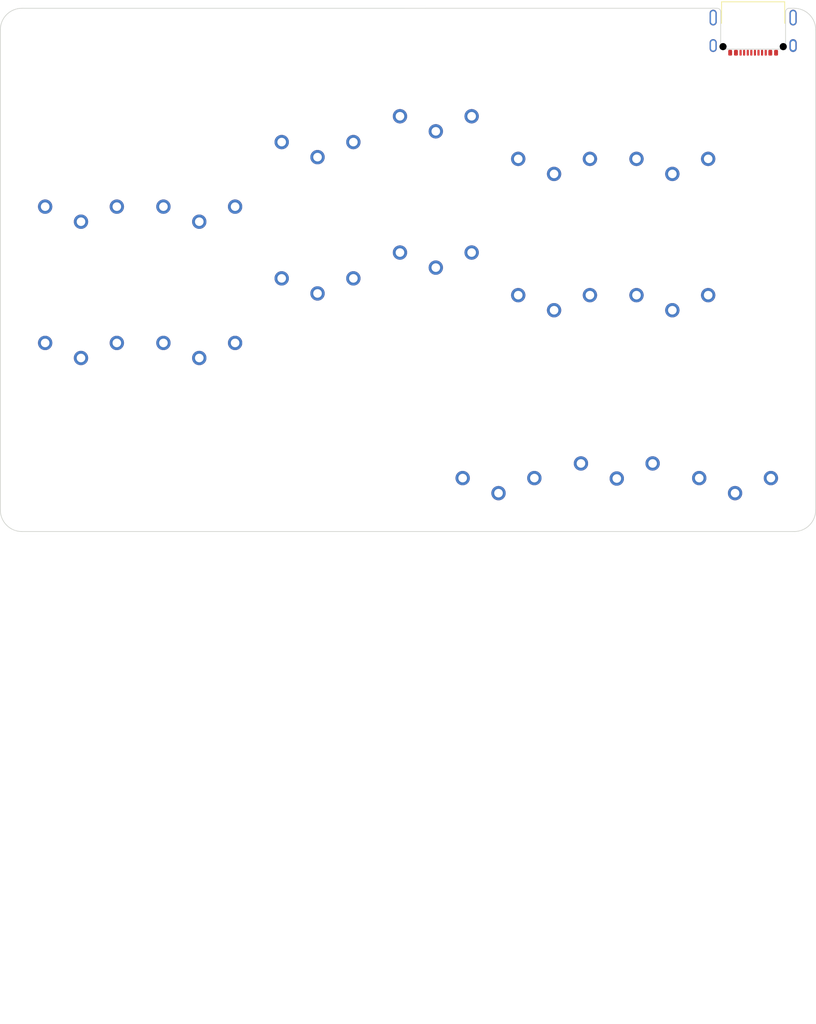
<source format=kicad_pcb>
(kicad_pcb (version 20211014) (generator pcbnew)
  (title_block (title "cockatiel") (date "2021-04-17") (rev "version") (company "avery"))
  (layers (0 "F.Cu" signal "L1 [TOP]") (1 "In1.Cu" signal "L2") (2 "In2.Cu" signal "L3") (31 "B.Cu" signal "L4 [BOT]") (34 "B.Paste" user "Bottom Paste") (35 "F.Paste" user "Top Paste") (36 "B.SilkS" user "Silkscreen [BOT]") (37 "F.SilkS" user "Silkscreen [TOP]") (38 "B.Mask" user "Soldermask [BOT]") (39 "F.Mask" user "Soldermask [TOP]") (44 "Edge.Cuts" user))
  (net 0 "")
  (net 1 "VBUS")
  (net 2 "GND")
  (net 3 "Net-(J1-PadA5)")
  (net 4 "/USB+")
  (net 5 "/USB-")
  (net 6 "Net-(J1-PadB5)")
  (footprint "pg1350:pg1350-RS" (layer "F.Cu") (at 132.5 95.35 180)
    (fp_text reference "S5" hide)
    (fp_text value "")
    (pad "" np_thru_hole circle (at -5.5 0 180) (size 1.7 1.7) (drill 1.7) (layers *.Cu *.Mask))
    (pad "" np_thru_hole circle (at 5.5 0 180) (size 1.7 1.7) (drill 1.7) (layers *.Cu *.Mask))
    (pad "" np_thru_hole circle (at 0 0 180) (size 3.4 3.4) (drill 3.4) (layers *.Cu *.Mask))
    (pad "1" thru_hole circle (at 0 -5.9 180) (size 2 2) (drill 1.2) (layers *.Cu *.Mask))
    (pad "2" thru_hole circle (at -5 -3.8 180) (size 2 2) (drill 1.2) (layers *.Cu "F.Mask"))
    (pad "2" thru_hole circle (at 5 -3.8 180) (size 2 2) (drill 1.2) (layers *.Cu "B.Mask"))
  )
  (footprint "pg1350:pg1350-RS" (layer "F.Cu") (at 99.5 104.35 180)
    (fp_text reference "S1" hide)
    (fp_text value "")
    (pad "" np_thru_hole circle (at 0 0 180) (size 3.4 3.4) (drill 3.4) (layers *.Cu *.Mask))
    (pad "" np_thru_hole circle (at -5.5 0 180) (size 1.7 1.7) (drill 1.7) (layers *.Cu *.Mask))
    (pad "" np_thru_hole circle (at 5.5 0 180) (size 1.7 1.7) (drill 1.7) (layers *.Cu *.Mask))
    (pad "1" thru_hole circle (at 0 -5.9 180) (size 2 2) (drill 1.2) (layers *.Cu *.Mask))
    (pad "2" thru_hole circle (at 5 -3.8 180) (size 2 2) (drill 1.2) (layers *.Cu "B.Mask"))
    (pad "2" thru_hole circle (at -5 -3.8 180) (size 2 2) (drill 1.2) (layers *.Cu "F.Mask"))
  )
  (footprint "pg1350:pg1350-RS" (layer "F.Cu") (at 174.25 121.15 180)
    (fp_text reference "S14" hide)
    (fp_text value "")
    (pad "" np_thru_hole circle (at 5.5 0 180) (size 1.7 1.7) (drill 1.7) (layers *.Cu *.Mask))
    (pad "" np_thru_hole circle (at 0 0 180) (size 3.4 3.4) (drill 3.4) (layers *.Cu *.Mask))
    (pad "" np_thru_hole circle (at -5.5 0 180) (size 1.7 1.7) (drill 1.7) (layers *.Cu *.Mask))
    (pad "1" thru_hole circle (at 0 -5.9 180) (size 2 2) (drill 1.2) (layers *.Cu *.Mask))
    (pad "2" thru_hole circle (at -5 -3.8 180) (size 2 2) (drill 1.2) (layers *.Cu "F.Mask"))
    (pad "2" thru_hole circle (at 5 -3.8 180) (size 2 2) (drill 1.2) (layers *.Cu "B.Mask"))
  )
  (footprint "pg1350:pg1350-RS" (layer "F.Cu") (at 182 78.69 180)
    (fp_text reference "S12" hide)
    (fp_text value "")
    (pad "" np_thru_hole circle (at 5.5 0 180) (size 1.7 1.7) (drill 1.7) (layers *.Cu *.Mask))
    (pad "" np_thru_hole circle (at 0 0 180) (size 3.4 3.4) (drill 3.4) (layers *.Cu *.Mask))
    (pad "" np_thru_hole circle (at -5.5 0 180) (size 1.7 1.7) (drill 1.7) (layers *.Cu *.Mask))
    (pad "1" thru_hole circle (at 0 -5.9 180) (size 2 2) (drill 1.2) (layers *.Cu *.Mask))
    (pad "2" thru_hole circle (at -5 -3.8 180) (size 2 2) (drill 1.2) (layers *.Cu "F.Mask"))
    (pad "2" thru_hole circle (at 5 -3.8 180) (size 2 2) (drill 1.2) (layers *.Cu "B.Mask"))
  )
  (footprint "pg1350:pg1350-RS" (layer "F.Cu") (at 149 72.75 180)
    (fp_text reference "S8" hide)
    (fp_text value "")
    (pad "" np_thru_hole circle (at 0 0 180) (size 3.4 3.4) (drill 3.4) (layers *.Cu *.Mask))
    (pad "" np_thru_hole circle (at 5.5 0 180) (size 1.7 1.7) (drill 1.7) (layers *.Cu *.Mask))
    (pad "" np_thru_hole circle (at -5.5 0 180) (size 1.7 1.7) (drill 1.7) (layers *.Cu *.Mask))
    (pad "1" thru_hole circle (at 0 -5.9 180) (size 2 2) (drill 1.2) (layers *.Cu *.Mask))
    (pad "2" thru_hole circle (at -5 -3.8 180) (size 2 2) (drill 1.2) (layers *.Cu "F.Mask"))
    (pad "2" thru_hole circle (at 5 -3.8 180) (size 2 2) (drill 1.2) (layers *.Cu "B.Mask"))
  )
  (footprint "pg1350:pg1350-RS" (layer "F.Cu") (at 182 97.69 180)
    (fp_text reference "S11" hide)
    (fp_text value "")
    (pad "" np_thru_hole circle (at 0 0 180) (size 3.4 3.4) (drill 3.4) (layers *.Cu *.Mask))
    (pad "" np_thru_hole circle (at 5.5 0 180) (size 1.7 1.7) (drill 1.7) (layers *.Cu *.Mask))
    (pad "" np_thru_hole circle (at -5.5 0 180) (size 1.7 1.7) (drill 1.7) (layers *.Cu *.Mask))
    (pad "1" thru_hole circle (at 0 -5.9 180) (size 2 2) (drill 1.2) (layers *.Cu *.Mask))
    (pad "2" thru_hole circle (at -5 -3.8 180) (size 2 2) (drill 1.2) (layers *.Cu "F.Mask"))
    (pad "2" thru_hole circle (at 5 -3.8 180) (size 2 2) (drill 1.2) (layers *.Cu "B.Mask"))
  )
  (footprint "pg1350:pg1350-RS" (layer "F.Cu") (at 99.5 85.35 180)
    (fp_text reference "S2" hide)
    (fp_text value "")
    (pad "" np_thru_hole circle (at 0 0 180) (size 3.4 3.4) (drill 3.4) (layers *.Cu *.Mask))
    (pad "" np_thru_hole circle (at -5.5 0 180) (size 1.7 1.7) (drill 1.7) (layers *.Cu *.Mask))
    (pad "" np_thru_hole circle (at 5.5 0 180) (size 1.7 1.7) (drill 1.7) (layers *.Cu *.Mask))
    (pad "1" thru_hole circle (at 0 -5.9 180) (size 2 2) (drill 1.2) (layers *.Cu *.Mask))
    (pad "2" thru_hole circle (at 5 -3.8 180) (size 2 2) (drill 1.2) (layers *.Cu "B.Mask"))
    (pad "2" thru_hole circle (at -5 -3.8 180) (size 2 2) (drill 1.2) (layers *.Cu "F.Mask"))
  )
  (footprint "pg1350:pg1350-RS" (layer "F.Cu") (at 157.75 123.19 180)
    (fp_text reference "S13" hide)
    (fp_text value "")
    (pad "" np_thru_hole circle (at 0 0 180) (size 3.4 3.4) (drill 3.4) (layers *.Cu *.Mask))
    (pad "" np_thru_hole circle (at 5.5 0 180) (size 1.7 1.7) (drill 1.7) (layers *.Cu *.Mask))
    (pad "" np_thru_hole circle (at -5.5 0 180) (size 1.7 1.7) (drill 1.7) (layers *.Cu *.Mask))
    (pad "1" thru_hole circle (at 0 -5.9 180) (size 2 2) (drill 1.2) (layers *.Cu *.Mask))
    (pad "2" thru_hole circle (at -5 -3.8 180) (size 2 2) (drill 1.2) (layers *.Cu "F.Mask"))
    (pad "2" thru_hole circle (at 5 -3.8 180) (size 2 2) (drill 1.2) (layers *.Cu "B.Mask"))
  )
  (footprint "pg1350:pg1350-RS" (layer "F.Cu") (at 165.5 78.69 180)
    (fp_text reference "S10" hide)
    (fp_text value "")
    (pad "" np_thru_hole circle (at 0 0 180) (size 3.4 3.4) (drill 3.4) (layers *.Cu *.Mask))
    (pad "" np_thru_hole circle (at -5.5 0 180) (size 1.7 1.7) (drill 1.7) (layers *.Cu *.Mask))
    (pad "" np_thru_hole circle (at 5.5 0 180) (size 1.7 1.7) (drill 1.7) (layers *.Cu *.Mask))
    (pad "1" thru_hole circle (at 0 -5.9 180) (size 2 2) (drill 1.2) (layers *.Cu *.Mask))
    (pad "2" thru_hole circle (at -5 -3.8 180) (size 2 2) (drill 1.2) (layers *.Cu "F.Mask"))
    (pad "2" thru_hole circle (at 5 -3.8 180) (size 2 2) (drill 1.2) (layers *.Cu "B.Mask"))
  )
  (footprint "josh-connectors:USB-C_MID_MOUNT_918-418K2024S40000" (layer "F.Cu") (at 193.270824 60.594072)
    (fp_text reference "J1" hide)
    (fp_text value "USB_C_Receptacle_USB2.0")
    (fp_line (start -4.4 0) (end -4.4 3) (layer "F.SilkS") (width 0.12))
    (fp_line (start 4.4 3) (end 4.4 0) (layer "F.SilkS") (width 0.12))
    (fp_line (start 4.4 0) (end -4.4 0) (layer "F.SilkS") (width 0.12))
    (fp_line (start 4.525 3) (end 4.525 6.6) (layer "Edge.Cuts") (width 0.1))
    (fp_line (start -4.525 3) (end -4.525 6.6) (layer "Edge.Cuts") (width 0.1))
    (fp_line (start -4.525 6.6) (end 4.525 6.6) (layer "Edge.Cuts") (width 0.1))
    (pad "" np_thru_hole circle (at -4.2 6.25) (size 1 1) (drill 1) (layers *.Mask))
    (pad "" np_thru_hole circle (at 4.2 6.25) (size 1 1) (drill 1) (layers *.Mask))
    (pad "A1" smd roundrect (at 3.2 7.1) (size 0.54 0.8) (layers "F.Cu" "F.Paste" "F.Mask") (net 2 "GND") (clearance 0.15))
    (pad "A1" smd roundrect (at -3.2 7.1) (size 0.54 0.8) (layers "F.Cu" "F.Paste" "F.Mask") (net 2 "GND") (clearance 0.15))
    (pad "A4" smd roundrect (at -2.4 7.1) (size 0.54 0.8) (layers "F.Cu" "F.Paste" "F.Mask") (net 1 "VBUS") (clearance 0.15))
    (pad "A4" smd roundrect (at 2.4 7.1) (size 0.54 0.8) (layers "F.Cu" "F.Paste" "F.Mask") (net 1 "VBUS") (clearance 0.15))
    (pad "A5" smd roundrect (at 1.25 7.1) (size 0.3 0.8) (layers "F.Cu" "F.Paste" "F.Mask") (net 3 "Net-(J1-PadA5)") (clearance 0.15))
    (pad "A6" smd roundrect (at 0.25 7.1) (size 0.3 0.8) (layers "F.Cu" "F.Paste" "F.Mask") (net 4 "/USB+") (clearance 0.15))
    (pad "A7" smd roundrect (at -0.25 7.1) (size 0.3 0.8) (layers "F.Cu" "F.Paste" "F.Mask") (net 5 "/USB-") (clearance 0.15))
    (pad "A8" smd roundrect (at -1.25 7.1) (size 0.3 0.8) (layers "F.Cu" "F.Paste" "F.Mask") (clearance 0.15))
    (pad "B5" smd roundrect (at -1.75 7.1) (size 0.3 0.8) (layers "F.Cu" "F.Paste" "F.Mask") (net 6 "Net-(J1-PadB5)") (clearance 0.15))
    (pad "B6" smd roundrect (at -0.75 7.1) (size 0.3 0.8) (layers "F.Cu" "F.Paste" "F.Mask") (net 4 "/USB+") (clearance 0.15))
    (pad "B7" smd roundrect (at 0.75 7.1) (size 0.3 0.8) (layers "F.Cu" "F.Paste" "F.Mask") (net 5 "/USB-") (clearance 0.15))
    (pad "B8" smd roundrect (at 1.758 7.1) (size 0.3 0.8) (layers "F.Cu" "F.Paste" "F.Mask") (clearance 0.15))
    (pad "S1" thru_hole oval (at -5.5753 2.2) (size 1 2.2) (drill oval 0.6 1.8) (layers *.Cu *.Mask) (net 2 "GND"))
    (pad "S2" thru_hole oval (at 5.5753 2.2) (size 1 2.2) (drill oval 0.6 1.8) (layers *.Cu *.Mask) (net 2 "GND"))
    (pad "S3" thru_hole oval (at -5.5753 6.1) (size 1 1.8) (drill oval 0.6 1.4) (layers *.Cu *.Mask) (net 2 "GND"))
    (pad "S4" thru_hole oval (at 5.5753 6.1) (size 1 1.8) (drill oval 0.6 1.3) (layers *.Cu *.Mask) (net 2 "GND"))
  )
  (footprint "pg1350:pg1350-RS" (layer "F.Cu") (at 149 91.75 180)
    (fp_text reference "S7" hide)
    (fp_text value "")
    (pad "" np_thru_hole circle (at -5.5 0 180) (size 1.7 1.7) (drill 1.7) (layers *.Cu *.Mask))
    (pad "" np_thru_hole circle (at 5.5 0 180) (size 1.7 1.7) (drill 1.7) (layers *.Cu *.Mask))
    (pad "" np_thru_hole circle (at 0 0 180) (size 3.4 3.4) (drill 3.4) (layers *.Cu *.Mask))
    (pad "1" thru_hole circle (at 0 -5.9 180) (size 2 2) (drill 1.2) (layers *.Cu *.Mask))
    (pad "2" thru_hole circle (at -5 -3.8 180) (size 2 2) (drill 1.2) (layers *.Cu "F.Mask"))
    (pad "2" thru_hole circle (at 5 -3.8 180) (size 2 2) (drill 1.2) (layers *.Cu "B.Mask"))
  )
  (footprint "pg1350:pg1350-RS" (layer "F.Cu") (at 116 85.35 180)
    (fp_text reference "S4" hide)
    (fp_text value "")
    (pad "" np_thru_hole circle (at 5.5 0 180) (size 1.7 1.7) (drill 1.7) (layers *.Cu *.Mask))
    (pad "" np_thru_hole circle (at -5.5 0 180) (size 1.7 1.7) (drill 1.7) (layers *.Cu *.Mask))
    (pad "" np_thru_hole circle (at 0 0 180) (size 3.4 3.4) (drill 3.4) (layers *.Cu *.Mask))
    (pad "1" thru_hole circle (at 0 -5.9 180) (size 2 2) (drill 1.2) (layers *.Cu *.Mask))
    (pad "2" thru_hole circle (at -5 -3.8 180) (size 2 2) (drill 1.2) (layers *.Cu "F.Mask"))
    (pad "2" thru_hole circle (at 5 -3.8 180) (size 2 2) (drill 1.2) (layers *.Cu "B.Mask"))
  )
  (footprint "pg1350:pg1350-RS" (layer "F.Cu") (at 190.75 123.19 180)
    (fp_text reference "S15" hide)
    (fp_text value "")
    (pad "" np_thru_hole circle (at 0 0 180) (size 3.4 3.4) (drill 3.4) (layers *.Cu *.Mask))
    (pad "" np_thru_hole circle (at -5.5 0 180) (size 1.7 1.7) (drill 1.7) (layers *.Cu *.Mask))
    (pad "" np_thru_hole circle (at 5.5 0 180) (size 1.7 1.7) (drill 1.7) (layers *.Cu *.Mask))
    (pad "1" thru_hole circle (at 0 -5.9 180) (size 2 2) (drill 1.2) (layers *.Cu *.Mask))
    (pad "2" thru_hole circle (at 5 -3.8 180) (size 2 2) (drill 1.2) (layers *.Cu "B.Mask"))
    (pad "2" thru_hole circle (at -5 -3.8 180) (size 2 2) (drill 1.2) (layers *.Cu "F.Mask"))
  )
  (footprint "pg1350:pg1350-RS" (layer "F.Cu") (at 132.5 76.35 180)
    (fp_text reference "S6" hide)
    (fp_text value "")
    (pad "" np_thru_hole circle (at -5.5 0 180) (size 1.7 1.7) (drill 1.7) (layers *.Cu *.Mask))
    (pad "" np_thru_hole circle (at 5.5 0 180) (size 1.7 1.7) (drill 1.7) (layers *.Cu *.Mask))
    (pad "" np_thru_hole circle (at 0 0 180) (size 3.4 3.4) (drill 3.4) (layers *.Cu *.Mask))
    (pad "1" thru_hole circle (at 0 -5.9 180) (size 2 2) (drill 1.2) (layers *.Cu *.Mask))
    (pad "2" thru_hole circle (at -5 -3.8 180) (size 2 2) (drill 1.2) (layers *.Cu "F.Mask"))
    (pad "2" thru_hole circle (at 5 -3.8 180) (size 2 2) (drill 1.2) (layers *.Cu "B.Mask"))
  )
  (footprint "pg1350:pg1350-RS" (layer "F.Cu") (at 165.5 97.69 180)
    (fp_text reference "S9" hide)
    (fp_text value "")
    (pad "" np_thru_hole circle (at -5.5 0 180) (size 1.7 1.7) (drill 1.7) (layers *.Cu *.Mask))
    (pad "" np_thru_hole circle (at 0 0 180) (size 3.4 3.4) (drill 3.4) (layers *.Cu *.Mask))
    (pad "" np_thru_hole circle (at 5.5 0 180) (size 1.7 1.7) (drill 1.7) (layers *.Cu *.Mask))
    (pad "1" thru_hole circle (at 0 -5.9 180) (size 2 2) (drill 1.2) (layers *.Cu *.Mask))
    (pad "2" thru_hole circle (at -5 -3.8 180) (size 2 2) (drill 1.2) (layers *.Cu "F.Mask"))
    (pad "2" thru_hole circle (at 5 -3.8 180) (size 2 2) (drill 1.2) (layers *.Cu "B.Mask"))
  )
  (footprint "pg1350:pg1350-RS" (layer "F.Cu") (at 116 104.35 180)
    (fp_text reference "S3" hide)
    (fp_text value "")
    (pad "" np_thru_hole circle (at 0 0 180) (size 3.4 3.4) (drill 3.4) (layers *.Cu *.Mask))
    (pad "" np_thru_hole circle (at 5.5 0 180) (size 1.7 1.7) (drill 1.7) (layers *.Cu *.Mask))
    (pad "" np_thru_hole circle (at -5.5 0 180) (size 1.7 1.7) (drill 1.7) (layers *.Cu *.Mask))
    (pad "1" thru_hole circle (at 0 -5.9 180) (size 2 2) (drill 1.2) (layers *.Cu *.Mask))
    (pad "2" thru_hole circle (at -5 -3.8 180) (size 2 2) (drill 1.2) (layers *.Cu "F.Mask"))
    (pad "2" thru_hole circle (at 5 -3.8 180) (size 2 2) (drill 1.2) (layers *.Cu "B.Mask"))
  )
  (footprint "josh-logos:OSHW_Logo_3.6x3.6_F.Mask" (layer "B.Cu") (at 192.6 201.8 180)
    (fp_text reference "LOGO2" hide)
    (fp_text value "Logo_Open_Hardware_Small" hide)
  )
  (gr_line (start 197.795824 63.594072) (end 197.795824 61.994072) (layer "Edge.Cuts") (width 0.1))
  (gr_line (start 199 61.5) (end 198.295824 61.494072) (layer "Edge.Cuts") (width 0.1))
  (gr_arc (start 202 131.44) (mid 201.12132 133.56132) (end 199 134.44) (layer "Edge.Cuts") (width 0.1))
  (gr_line (start 88.25 131.44) (end 88.25 64.5) (layer "Edge.Cuts") (width 0.1))
  (gr_arc (start 188.245824 61.494072) (mid 188.599372 61.640525) (end 188.745824 61.994072) (layer "Edge.Cuts") (width 0.1))
  (gr_line (start 199 134.44) (end 91.25 134.44) (layer "Edge.Cuts") (width 0.1))
  (gr_line (start 91.25 61.5) (end 188.245824 61.494072) (layer "Edge.Cuts") (width 0.1))
  (gr_line (start 202 64.5) (end 202 131.44) (layer "Edge.Cuts") (width 0.1))
  (gr_arc (start 197.795824 61.994072) (mid 197.942276 61.64051) (end 198.295824 61.494072) (layer "Edge.Cuts") (width 0.1))
  (gr_arc (start 91.25 134.44) (mid 89.12868 133.56132) (end 88.25 131.44) (layer "Edge.Cuts") (width 0.1))
  (gr_arc (start 199 61.5) (mid 201.12132 62.37868) (end 202 64.5) (layer "Edge.Cuts") (width 0.1))
  (gr_arc (start 88.25 64.5) (mid 89.12868 62.37868) (end 91.25 61.5) (layer "Edge.Cuts") (width 0.1))
  (gr_line (start 188.745824 63.594072) (end 188.745824 61.994072) (layer "Edge.Cuts") (width 0.1))
)
</source>
